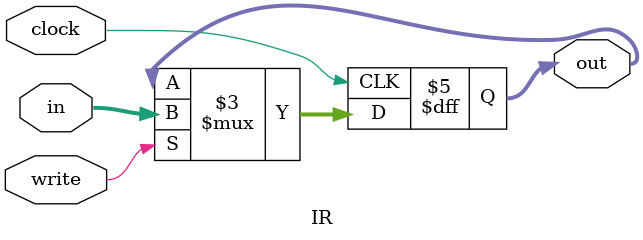
<source format=v>
module IR(in,out,write,clock);

	input [9:0]in;
	input write, clock;
	output reg [9:0]out;
	
	always @(posedge clock)begin
		if(write)begin 
			out = in;		
		end
	end
endmodule

</source>
